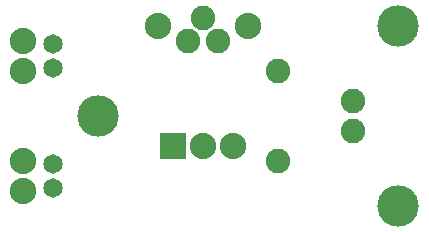
<source format=gbr>
G04 EAGLE Gerber RS-274X export*
G75*
%MOMM*%
%FSLAX34Y34*%
%LPD*%
%INSoldermask Bottom*%
%IPPOS*%
%AMOC8*
5,1,8,0,0,1.08239X$1,22.5*%
G01*
%ADD10C,1.651000*%
%ADD11C,2.082800*%
%ADD12R,2.235200X2.235200*%
%ADD13C,2.235200*%
%ADD14C,3.505200*%


D10*
X63500Y142400D03*
X63500Y162400D03*
D11*
X254000Y63500D03*
X254000Y139700D03*
X317500Y114300D03*
X317500Y88900D03*
X203200Y165100D03*
X190500Y184150D03*
X177800Y165100D03*
D12*
X165100Y76050D03*
D13*
X190500Y76050D03*
X215900Y76050D03*
D10*
X63500Y40800D03*
X63500Y60800D03*
D14*
X355600Y177800D03*
X355600Y25400D03*
X101600Y101600D03*
D13*
X38100Y63500D03*
X38100Y38100D03*
X38100Y139700D03*
X38100Y165100D03*
X152400Y177800D03*
X228600Y177800D03*
M02*

</source>
